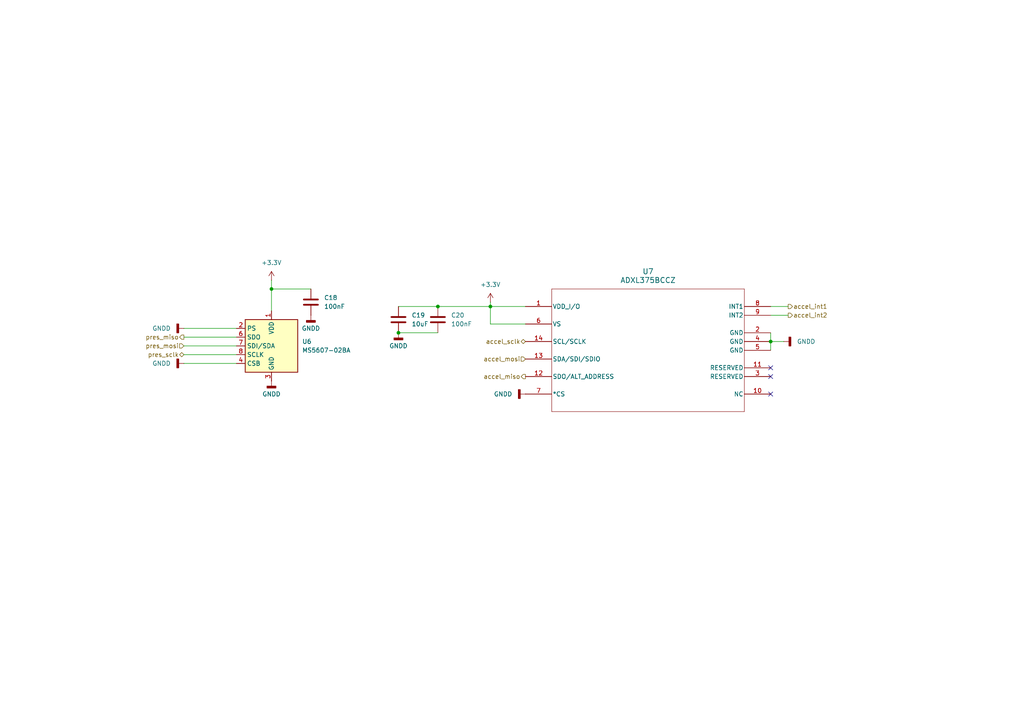
<source format=kicad_sch>
(kicad_sch (version 20231120) (generator "eeschema") (generator_version "8.0")
  (paper "A4")
  (lib_symbols
    (symbol "2024-07-18_00-52-40:ADXL375BCCZ" (pin_names (offset 0.254))
      (property "Reference" "U" (at 35.56 10.16 0))
      (property "Value" "ADXL375BCCZ" (at 35.56 7.62 0))
      (symbol "ADXL375BCCZ_0_1"
        (polyline (pts (xy 7.62 -30.48) (xy 63.5 -30.48)) (stroke (width 0.127)))
        (polyline (pts (xy 7.62 5.08) (xy 7.62 -30.48)) (stroke (width 0.127)))
        (polyline (pts (xy 63.5 -30.48) (xy 63.5 5.08)) (stroke (width 0.127)))
        (polyline (pts (xy 63.5 5.08) (xy 7.62 5.08)) (stroke (width 0.127)))
        (pin unspecified line (at 0 0 0) (length 7.62) (name "VDD_I/O") (number "1"))
        (pin unspecified line (at 71.12 -25.4 180) (length 7.62) (name "NC") (number "10"))
        (pin unspecified line (at 71.12 -17.78 180) (length 7.62) (name "RESERVED") (number "11"))
        (pin unspecified line (at 0 -20.32 0) (length 7.62) (name "SDO/ALT_ADDRESS") (number "12"))
        (pin unspecified line (at 0 -15.24 0) (length 7.62) (name "SDA/SDI/SDIO") (number "13"))
        (pin unspecified line (at 0 -10.16 0) (length 7.62) (name "SCL/SCLK") (number "14"))
        (pin unspecified line (at 71.12 -7.62 180) (length 7.62) (name "GND") (number "2"))
        (pin unspecified line (at 71.12 -20.32 180) (length 7.62) (name "RESERVED") (number "3"))
        (pin unspecified line (at 71.12 -10.16 180) (length 7.62) (name "GND") (number "4"))
        (pin unspecified line (at 71.12 -12.7 180) (length 7.62) (name "GND") (number "5"))
        (pin unspecified line (at 0 -5.08 0) (length 7.62) (name "VS") (number "6"))
        (pin unspecified line (at 0 -25.4 0) (length 7.62) (name "*CS") (number "7"))
        (pin unspecified line (at 71.12 0 180) (length 7.62) (name "INT1") (number "8"))
        (pin unspecified line (at 71.12 -2.54 180) (length 7.62) (name "INT2") (number "9"))
      )
    )
    (symbol "Device:C" (pin_numbers hide) (pin_names (offset 0.254))
      (property "Reference" "C" (at 0.635 2.54 0))
      (property "Value" "C" (at 0.635 -2.54 0))
      (symbol "C_0_1"
        (polyline (pts (xy -2.032 -0.762) (xy 2.032 -0.762)) (stroke (width 0.508)))
        (polyline (pts (xy -2.032 0.762) (xy 2.032 0.762)) (stroke (width 0.508)))
      )
      (symbol "C_1_1"
        (pin passive line (at 0 3.81 270) (length 2.794) (name "~") (number "1"))
        (pin passive line (at 0 -3.81 90) (length 2.794) (name "~") (number "2"))
      )
    )
    (symbol "Sensor_Pressure:MS5607-02BA"
      (property "Reference" "U" (at -6.35 8.89 0))
      (property "Value" "MS5607-02BA" (at 7.62 8.89 0))
      (symbol "MS5607-02BA_0_1"
        (rectangle (start -7.62 7.62) (end 7.62 -7.62) (stroke (width 0.254)) (fill (type background)))
      )
      (symbol "MS5607-02BA_1_1"
        (pin power_in line (at 0 10.16 270) (length 2.54) (name "VDD") (number "1"))
        (pin input line (at -10.16 5.08 0) (length 2.54) (name "PS") (number "2"))
        (pin power_in line (at 0 -10.16 90) (length 2.54) (name "GND") (number "3"))
        (pin input line (at -10.16 -5.08 0) (length 2.54) (name "CSB") (number "4"))
        (pin input line (at -10.16 -5.08 0) (length 2.54) hide (name "CSB") (number "5"))
        (pin output line (at -10.16 2.54 0) (length 2.54) (name "SDO") (number "6"))
        (pin bidirectional line (at -10.16 0 0) (length 2.54) (name "SDI/SDA") (number "7"))
        (pin input line (at -10.16 -2.54 0) (length 2.54) (name "SCLK") (number "8"))
      )
    )
    (symbol "power:+3.3V" (power) (pin_numbers hide) (pin_names (offset 0) hide)
      (property "Value" "+3.3V" (at 0 3.556 0))
      (symbol "+3.3V_0_1"
        (polyline (pts (xy -0.762 1.27) (xy 0 2.54)))
        (polyline (pts (xy 0 0) (xy 0 2.54)))
        (polyline (pts (xy 0 2.54) (xy 0.762 1.27)))
      )
      (symbol "+3.3V_1_1"
        (pin power_in line (at 0 0 90) (length 0) (name "~") (number "1"))
      )
    )
    (symbol "power:GNDD" (power) (pin_numbers hide) (pin_names (offset 0) hide)
      (property "Value" "GNDD" (at 0 -3.175 0))
      (symbol "GNDD_0_1"
        (rectangle (start -1.27 -1.524) (end 1.27 -2.032) (stroke (width 0.254)) (fill (type outline)))
        (polyline (pts (xy 0 0) (xy 0 -1.524)))
      )
      (symbol "GNDD_1_1"
        (pin power_in line (at 0 0 270) (length 0) (name "~") (number "1"))
      )
    )
  )
  (junction (at 142.24 88.9))
  (junction (at 223.52 99.06))
  (junction (at 115.57 96.52))
  (junction (at 78.74 83.82))
  (junction (at 127 88.9))
  (no_connect (at 223.52 109.22))
  (no_connect (at 223.52 114.3))
  (no_connect (at 223.52 106.68))
  (wire (pts (xy 228.6 88.9) (xy 223.52 88.9)))
  (wire (pts (xy 142.24 93.98) (xy 152.4 93.98)))
  (wire (pts (xy 78.74 83.82) (xy 78.74 90.17)))
  (wire (pts (xy 223.52 96.52) (xy 223.52 99.06)))
  (wire (pts (xy 53.34 100.33) (xy 68.58 100.33)))
  (wire (pts (xy 53.34 105.41) (xy 68.58 105.41)))
  (wire (pts (xy 53.34 97.79) (xy 68.58 97.79)))
  (wire (pts (xy 142.24 88.9) (xy 142.24 93.98)))
  (wire (pts (xy 223.52 99.06) (xy 223.52 101.6)))
  (wire (pts (xy 227.33 99.06) (xy 223.52 99.06)))
  (wire (pts (xy 142.24 87.63) (xy 142.24 88.9)))
  (wire (pts (xy 78.74 81.28) (xy 78.74 83.82)))
  (wire (pts (xy 228.6 91.44) (xy 223.52 91.44)))
  (wire (pts (xy 115.57 96.52) (xy 127 96.52)))
  (wire (pts (xy 127 88.9) (xy 142.24 88.9)))
  (wire (pts (xy 53.34 95.25) (xy 68.58 95.25)))
  (wire (pts (xy 78.74 83.82) (xy 90.17 83.82)))
  (wire (pts (xy 152.4 88.9) (xy 142.24 88.9)))
  (wire (pts (xy 115.57 88.9) (xy 127 88.9)))
  (wire (pts (xy 53.34 102.87) (xy 68.58 102.87)))
  (hierarchical_label "pres_sclk" (shape bidirectional) (at 53.34 102.87 180))
  (hierarchical_label "accel_int1" (shape output) (at 228.6 88.9 0))
  (hierarchical_label "accel_mosi" (shape input) (at 152.4 104.14 180))
  (hierarchical_label "pres_mosi" (shape input) (at 53.34 100.33 180))
  (hierarchical_label "accel_miso" (shape output) (at 152.4 109.22 180))
  (hierarchical_label "accel_int2" (shape output) (at 228.6 91.44 0))
  (hierarchical_label "pres_miso" (shape output) (at 53.34 97.79 180))
  (hierarchical_label "accel_sclk" (shape bidirectional) (at 152.4 99.06 180))
  (symbol (lib_id "power:GNDD") (at 53.34 95.25 270) (unit 1)
    (property "Reference" "#PWR042" (effects (hide yes)))
    (property "Value" "GNDD" (at 49.53 95.2499 90) (effects (justify right)))
    (property "Description" "Power symbol creates a global label with name \"GNDD\" , digital ground" (effects (hide yes)))
  )
  (symbol (lib_id "power:GNDD") (at 115.57 96.52 0) (unit 1)
    (property "Reference" "#PWR047" (effects (hide yes)))
    (property "Value" "GNDD" (at 115.57 100.33 0))
    (property "Description" "Power symbol creates a global label with name \"GNDD\" , digital ground" (effects (hide yes)))
  )
  (symbol (lib_id "Device:C") (at 90.17 87.63 0) (unit 1)
    (property "Reference" "C18" (at 93.98 86.3599 0) (effects (justify left)))
    (property "Value" "100nF" (at 93.98 88.8999 0) (effects (justify left)))
    (property "Footprint" "Capacitor_SMD:C_0603_1608Metric_Pad1.08x0.95mm_HandSolder" (effects (hide yes)))
    (property "Description" "Unpolarized capacitor" (effects (hide yes)))
  )
  (symbol (lib_id "Sensor_Pressure:MS5607-02BA") (at 78.74 100.33 0) (unit 1)
    (property "Reference" "U6" (at 87.63 99.0599 0) (effects (justify left)))
    (property "Value" "MS5607-02BA" (at 87.63 101.5999 0) (effects (justify left)))
    (property "Footprint" "Package_LGA:LGA-8_3x5mm_P1.25mm" (effects (hide yes)))
    (property "Datasheet" "https://www.te.com/commerce/DocumentDelivery/DDEController?Action=showdoc&DocId=Data+Sheet%7FMS5607-02BA03%7FB2%7Fpdf%7FEnglish%7FENG_DS_MS5607-02BA03_B2.pdf%7FCAT-BLPS0035" (effects (hide yes)))
    (property "Description" "Barometric pressure sensor, 20cm resolution, 10 to 1200 mbar, I2C and SPI interface up to 20MHz, LGA-8" (effects (hide yes)))
  )
  (symbol (lib_id "2024-07-18_00-52-40:ADXL375BCCZ") (at 152.4 88.9 0) (unit 1)
    (property "Reference" "U7" (at 187.96 78.74 0) (effects (font (size 1.524 1.524))))
    (property "Value" "ADXL375BCCZ" (at 187.96 81.28 0) (effects (font (size 1.524 1.524))))
    (property "Footprint" "Package_LGA:LGA-14_3x5mm_P0.8mm_LayoutBorder1x6y" (effects (hide yes)))
    (property "Datasheet" "ADXL375BCCZ" (effects (hide yes)))
  )
  (symbol (lib_id "power:GNDD") (at 227.33 99.06 90) (unit 1)
    (property "Reference" "#PWR050" (effects (hide yes)))
    (property "Value" "GNDD" (at 231.14 99.0599 90) (effects (justify right)))
    (property "Description" "Power symbol creates a global label with name \"GNDD\" , digital ground" (effects (hide yes)))
  )
  (symbol (lib_id "power:GNDD") (at 152.4 114.3 270) (unit 1)
    (property "Reference" "#PWR049" (effects (hide yes)))
    (property "Value" "GNDD" (at 148.59 114.2999 90) (effects (justify right)))
    (property "Description" "Power symbol creates a global label with name \"GNDD\" , digital ground" (effects (hide yes)))
  )
  (symbol (lib_id "power:+3.3V") (at 78.74 81.28 0) (unit 1)
    (property "Reference" "#PWR044" (effects (hide yes)))
    (property "Value" "+3.3V" (at 78.74 76.2 0))
    (property "Description" "Power symbol creates a global label with name \"+3.3V\"" (effects (hide yes)))
  )
  (symbol (lib_id "power:GNDD") (at 78.74 110.49 0) (unit 1)
    (property "Reference" "#PWR045" (effects (hide yes)))
    (property "Value" "GNDD" (at 78.74 114.3 0))
    (property "Description" "Power symbol creates a global label with name \"GNDD\" , digital ground" (effects (hide yes)))
  )
  (symbol (lib_id "power:GNDD") (at 53.34 105.41 270) (unit 1)
    (property "Reference" "#PWR043" (effects (hide yes)))
    (property "Value" "GNDD" (at 49.53 105.4099 90) (effects (justify right)))
    (property "Description" "Power symbol creates a global label with name \"GNDD\" , digital ground" (effects (hide yes)))
  )
  (symbol (lib_id "power:GNDD") (at 90.17 91.44 0) (unit 1)
    (property "Reference" "#PWR046" (effects (hide yes)))
    (property "Value" "GNDD" (at 90.17 95.25 0))
    (property "Description" "Power symbol creates a global label with name \"GNDD\" , digital ground" (effects (hide yes)))
  )
  (symbol (lib_id "power:+3.3V") (at 142.24 87.63 0) (unit 1)
    (property "Reference" "#PWR048" (effects (hide yes)))
    (property "Value" "+3.3V" (at 142.24 82.55 0))
    (property "Description" "Power symbol creates a global label with name \"+3.3V\"" (effects (hide yes)))
  )
  (symbol (lib_id "Device:C") (at 127 92.71 0) (unit 1)
    (property "Reference" "C20" (at 130.81 91.4399 0) (effects (justify left)))
    (property "Value" "100nF" (at 130.81 93.9799 0) (effects (justify left)))
    (property "Footprint" "Capacitor_SMD:C_0603_1608Metric_Pad1.08x0.95mm_HandSolder" (effects (hide yes)))
    (property "Description" "Unpolarized capacitor" (effects (hide yes)))
  )
  (symbol (lib_id "Device:C") (at 115.57 92.71 0) (unit 1)
    (property "Reference" "C19" (at 119.38 91.4399 0) (effects (justify left)))
    (property "Value" "10uF" (at 119.38 93.9799 0) (effects (justify left)))
    (property "Footprint" "Capacitor_Tantalum_SMD:CP_EIA-3216-18_Kemet-A_Pad1.58x1.35mm_HandSolder" (effects (hide yes)))
    (property "Description" "Unpolarized capacitor" (effects (hide yes)))
  )
)
</source>
